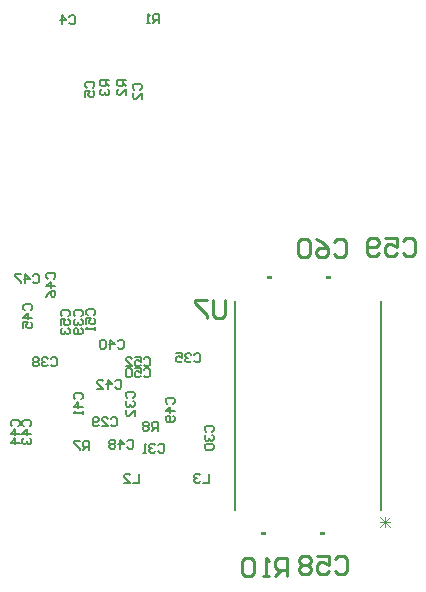
<source format=gbr>
%TF.GenerationSoftware,Altium Limited,Altium Designer,20.0.12 (288)*%
G04 Layer_Color=16777215*
%FSLAX43Y43*%
%MOMM*%
%TF.FileFunction,Legend,Bot*%
%TF.Part,Single*%
G01*
G75*
%TA.AperFunction,NonConductor*%
%ADD53C,0.152*%
%ADD54C,0.127*%
%ADD55C,0.254*%
%ADD56C,0.076*%
G36*
X113788Y51524D02*
Y51270D01*
X113408D01*
Y51524D01*
X113788D01*
D02*
G37*
G36*
X118788D02*
Y51270D01*
X118408D01*
Y51524D01*
X118788D01*
D02*
G37*
G36*
X114288Y72936D02*
Y73190D01*
X113908D01*
Y72936D01*
X114288D01*
D02*
G37*
G36*
X119288D02*
Y73190D01*
X118908D01*
Y72936D01*
X119288D01*
D02*
G37*
D53*
X111176Y53376D02*
Y71084D01*
X123520Y53376D02*
Y71084D01*
D54*
X107721Y66497D02*
X107848Y66624D01*
X108102D01*
X108229Y66497D01*
Y65989D01*
X108102Y65862D01*
X107848D01*
X107721Y65989D01*
X107467Y66497D02*
X107340Y66624D01*
X107086D01*
X106959Y66497D01*
Y66370D01*
X107086Y66243D01*
X107213D01*
X107086D01*
X106959Y66116D01*
Y65989D01*
X107086Y65862D01*
X107340D01*
X107467Y65989D01*
X106198Y66624D02*
X106706D01*
Y66243D01*
X106452Y66370D01*
X106325D01*
X106198Y66243D01*
Y65989D01*
X106325Y65862D01*
X106579D01*
X106706Y65989D01*
X108737Y59995D02*
X108611Y60122D01*
Y60376D01*
X108737Y60502D01*
X109245D01*
X109372Y60376D01*
Y60122D01*
X109245Y59995D01*
X108737Y59741D02*
X108611Y59614D01*
Y59360D01*
X108737Y59233D01*
X108864D01*
X108991Y59360D01*
Y59487D01*
Y59360D01*
X109118Y59233D01*
X109245D01*
X109372Y59360D01*
Y59614D01*
X109245Y59741D01*
X108737Y58979D02*
X108611Y58852D01*
Y58598D01*
X108737Y58471D01*
X109245D01*
X109372Y58598D01*
Y58852D01*
X109245Y58979D01*
X108737D01*
X100669Y61108D02*
X100796Y61235D01*
X101050D01*
X101177Y61108D01*
Y60600D01*
X101050Y60473D01*
X100796D01*
X100669Y60600D01*
X99907Y60473D02*
X100415D01*
X99907Y60981D01*
Y61108D01*
X100034Y61235D01*
X100288D01*
X100415Y61108D01*
X99653Y60600D02*
X99526Y60473D01*
X99272D01*
X99145Y60600D01*
Y61108D01*
X99272Y61235D01*
X99526D01*
X99653Y61108D01*
Y60981D01*
X99526Y60854D01*
X99145D01*
X102057Y62890D02*
X101930Y63017D01*
Y63271D01*
X102057Y63398D01*
X102565D01*
X102692Y63271D01*
Y63017D01*
X102565Y62890D01*
X102057Y62636D02*
X101930Y62509D01*
Y62255D01*
X102057Y62128D01*
X102184D01*
X102311Y62255D01*
Y62382D01*
Y62255D01*
X102438Y62128D01*
X102565D01*
X102692Y62255D01*
Y62509D01*
X102565Y62636D01*
X102692Y61367D02*
Y61875D01*
X102184Y61367D01*
X102057D01*
X101930Y61494D01*
Y61748D01*
X102057Y61875D01*
X104622Y60097D02*
Y60858D01*
X104242D01*
X104115Y60731D01*
Y60477D01*
X104242Y60350D01*
X104622D01*
X104368D02*
X104115Y60097D01*
X103861Y60731D02*
X103734Y60858D01*
X103480D01*
X103353Y60731D01*
Y60604D01*
X103480Y60477D01*
X103353Y60350D01*
Y60223D01*
X103480Y60097D01*
X103734D01*
X103861Y60223D01*
Y60350D01*
X103734Y60477D01*
X103861Y60604D01*
Y60731D01*
X103734Y60477D02*
X103480D01*
X108996Y56456D02*
Y55695D01*
X108488D01*
X108234Y56329D02*
X108107Y56456D01*
X107853D01*
X107726Y56329D01*
Y56202D01*
X107853Y56075D01*
X107980D01*
X107853D01*
X107726Y55948D01*
Y55821D01*
X107853Y55695D01*
X108107D01*
X108234Y55821D01*
X104690Y58871D02*
X104817Y58998D01*
X105071D01*
X105198Y58871D01*
Y58363D01*
X105071Y58237D01*
X104817D01*
X104690Y58363D01*
X104436Y58871D02*
X104309Y58998D01*
X104055D01*
X103928Y58871D01*
Y58744D01*
X104055Y58617D01*
X104182D01*
X104055D01*
X103928Y58490D01*
Y58363D01*
X104055Y58237D01*
X104309D01*
X104436Y58363D01*
X103674Y58237D02*
X103420D01*
X103547D01*
Y58998D01*
X103674Y58871D01*
X98780Y58420D02*
Y59182D01*
X98400D01*
X98273Y59055D01*
Y58801D01*
X98400Y58674D01*
X98780D01*
X98526D02*
X98273Y58420D01*
X98019Y59182D02*
X97511D01*
Y59055D01*
X98019Y58547D01*
Y58420D01*
X102032Y59174D02*
X102159Y59300D01*
X102413D01*
X102539Y59174D01*
Y58666D01*
X102413Y58539D01*
X102159D01*
X102032Y58666D01*
X101397Y58539D02*
Y59300D01*
X101778Y58920D01*
X101270D01*
X101016Y59174D02*
X100889Y59300D01*
X100635D01*
X100508Y59174D01*
Y59047D01*
X100635Y58920D01*
X100508Y58793D01*
Y58666D01*
X100635Y58539D01*
X100889D01*
X101016Y58666D01*
Y58793D01*
X100889Y58920D01*
X101016Y59047D01*
Y59174D01*
X100889Y58920D02*
X100635D01*
X103073Y56456D02*
Y55695D01*
X102565D01*
X101803D02*
X102311D01*
X101803Y56202D01*
Y56329D01*
X101930Y56456D01*
X102184D01*
X102311Y56329D01*
X95574Y66186D02*
X95701Y66313D01*
X95955D01*
X96081Y66186D01*
Y65678D01*
X95955Y65551D01*
X95701D01*
X95574Y65678D01*
X95320Y66186D02*
X95193Y66313D01*
X94939D01*
X94812Y66186D01*
Y66059D01*
X94939Y65932D01*
X95066D01*
X94939D01*
X94812Y65805D01*
Y65678D01*
X94939Y65551D01*
X95193D01*
X95320Y65678D01*
X94558Y66186D02*
X94431Y66313D01*
X94177D01*
X94050Y66186D01*
Y66059D01*
X94177Y65932D01*
X94050Y65805D01*
Y65678D01*
X94177Y65551D01*
X94431D01*
X94558Y65678D01*
Y65805D01*
X94431Y65932D01*
X94558Y66059D01*
Y66186D01*
X94431Y65932D02*
X94177D01*
X92329Y60452D02*
X92202Y60579D01*
Y60833D01*
X92329Y60960D01*
X92837D01*
X92964Y60833D01*
Y60579D01*
X92837Y60452D01*
X92964Y59817D02*
X92202D01*
X92583Y60198D01*
Y59690D01*
X92964Y59055D02*
X92202D01*
X92583Y59436D01*
Y58928D01*
X93269Y60477D02*
X93142Y60604D01*
Y60858D01*
X93269Y60985D01*
X93777D01*
X93904Y60858D01*
Y60604D01*
X93777Y60477D01*
X93904Y59842D02*
X93142D01*
X93523Y60223D01*
Y59715D01*
X93269Y59462D02*
X93142Y59335D01*
Y59081D01*
X93269Y58954D01*
X93396D01*
X93523Y59081D01*
Y59208D01*
Y59081D01*
X93650Y58954D01*
X93777D01*
X93904Y59081D01*
Y59335D01*
X93777Y59462D01*
X97663Y62763D02*
X97536Y62890D01*
Y63144D01*
X97663Y63271D01*
X98171D01*
X98298Y63144D01*
Y62890D01*
X98171Y62763D01*
X98298Y62128D02*
X97536D01*
X97917Y62509D01*
Y62002D01*
X98298Y61748D02*
Y61494D01*
Y61621D01*
X97536D01*
X97663Y61748D01*
X101016Y64287D02*
X101143Y64414D01*
X101397D01*
X101523Y64287D01*
Y63779D01*
X101397Y63653D01*
X101143D01*
X101016Y63779D01*
X100381Y63653D02*
Y64414D01*
X100762Y64033D01*
X100254D01*
X99492Y63653D02*
X100000D01*
X99492Y64160D01*
Y64287D01*
X99619Y64414D01*
X99873D01*
X100000Y64287D01*
X103454Y66167D02*
X103581Y66294D01*
X103835D01*
X103962Y66167D01*
Y65659D01*
X103835Y65532D01*
X103581D01*
X103454Y65659D01*
X102692Y66294D02*
X103200D01*
Y65913D01*
X102946Y66040D01*
X102819D01*
X102692Y65913D01*
Y65659D01*
X102819Y65532D01*
X103073D01*
X103200Y65659D01*
X101931Y65532D02*
X102438D01*
X101931Y66040D01*
Y66167D01*
X102057Y66294D01*
X102311D01*
X102438Y66167D01*
X101244Y67666D02*
X101371Y67792D01*
X101625D01*
X101752Y67666D01*
Y67158D01*
X101625Y67031D01*
X101371D01*
X101244Y67158D01*
X100609Y67031D02*
Y67792D01*
X100990Y67412D01*
X100482D01*
X100229Y67666D02*
X100102Y67792D01*
X99848D01*
X99721Y67666D01*
Y67158D01*
X99848Y67031D01*
X100102D01*
X100229Y67158D01*
Y67666D01*
X98704Y69850D02*
X98578Y69977D01*
Y70231D01*
X98704Y70358D01*
X99212D01*
X99339Y70231D01*
Y69977D01*
X99212Y69850D01*
X98578Y69088D02*
Y69596D01*
X98958D01*
X98831Y69342D01*
Y69215D01*
X98958Y69088D01*
X99212D01*
X99339Y69215D01*
Y69469D01*
X99212Y69596D01*
X99339Y68834D02*
Y68580D01*
Y68707D01*
X98578D01*
X98704Y68834D01*
X96555Y69797D02*
X96428Y69924D01*
Y70178D01*
X96555Y70305D01*
X97063D01*
X97190Y70178D01*
Y69924D01*
X97063Y69797D01*
X96428Y69035D02*
Y69543D01*
X96809D01*
X96682Y69289D01*
Y69162D01*
X96809Y69035D01*
X97063D01*
X97190Y69162D01*
Y69416D01*
X97063Y69543D01*
X96555Y68781D02*
X96428Y68654D01*
Y68400D01*
X96555Y68273D01*
X96682D01*
X96809Y68400D01*
Y68527D01*
Y68400D01*
X96936Y68273D01*
X97063D01*
X97190Y68400D01*
Y68654D01*
X97063Y68781D01*
X105435Y62382D02*
X105309Y62509D01*
Y62763D01*
X105435Y62890D01*
X105943D01*
X106070Y62763D01*
Y62509D01*
X105943Y62382D01*
X106070Y61747D02*
X105309D01*
X105689Y62128D01*
Y61620D01*
X105943Y61367D02*
X106070Y61240D01*
Y60986D01*
X105943Y60859D01*
X105435D01*
X105309Y60986D01*
Y61240D01*
X105435Y61367D01*
X105562D01*
X105689Y61240D01*
Y60859D01*
X103429Y65227D02*
X103556Y65354D01*
X103810D01*
X103936Y65227D01*
Y64719D01*
X103810Y64592D01*
X103556D01*
X103429Y64719D01*
X102667Y65354D02*
X103175D01*
Y64973D01*
X102921Y65100D01*
X102794D01*
X102667Y64973D01*
Y64719D01*
X102794Y64592D01*
X103048D01*
X103175Y64719D01*
X102413Y65227D02*
X102286Y65354D01*
X102032D01*
X101905Y65227D01*
Y64719D01*
X102032Y64592D01*
X102286D01*
X102413Y64719D01*
Y65227D01*
X97663Y69797D02*
X97536Y69924D01*
Y70178D01*
X97663Y70305D01*
X98171D01*
X98298Y70178D01*
Y69924D01*
X98171Y69797D01*
X97663Y69543D02*
X97536Y69416D01*
Y69162D01*
X97663Y69035D01*
X97790D01*
X97917Y69162D01*
Y69289D01*
Y69162D01*
X98044Y69035D01*
X98171D01*
X98298Y69162D01*
Y69416D01*
X98171Y69543D01*
Y68781D02*
X98298Y68654D01*
Y68400D01*
X98171Y68273D01*
X97663D01*
X97536Y68400D01*
Y68654D01*
X97663Y68781D01*
X97790D01*
X97917Y68654D01*
Y68273D01*
X94047Y73201D02*
X94174Y73328D01*
X94428D01*
X94555Y73201D01*
Y72693D01*
X94428Y72566D01*
X94174D01*
X94047Y72693D01*
X93412Y72566D02*
Y73328D01*
X93793Y72947D01*
X93285D01*
X93031Y73328D02*
X92524D01*
Y73201D01*
X93031Y72693D01*
Y72566D01*
X93370Y70286D02*
X93244Y70413D01*
Y70667D01*
X93370Y70794D01*
X93878D01*
X94005Y70667D01*
Y70413D01*
X93878Y70286D01*
X94005Y69652D02*
X93244D01*
X93624Y70033D01*
Y69525D01*
X93244Y68763D02*
Y69271D01*
X93624D01*
X93497Y69017D01*
Y68890D01*
X93624Y68763D01*
X93878D01*
X94005Y68890D01*
Y69144D01*
X93878Y69271D01*
X95326Y72935D02*
X95199Y73062D01*
Y73316D01*
X95326Y73443D01*
X95834D01*
X95961Y73316D01*
Y73062D01*
X95834Y72935D01*
X95961Y72300D02*
X95199D01*
X95580Y72681D01*
Y72173D01*
X95199Y71412D02*
X95326Y71665D01*
X95580Y71919D01*
X95834D01*
X95961Y71792D01*
Y71538D01*
X95834Y71412D01*
X95707D01*
X95580Y71538D01*
Y71919D01*
X98628Y89141D02*
X98501Y89268D01*
Y89521D01*
X98628Y89648D01*
X99136D01*
X99263Y89521D01*
Y89268D01*
X99136Y89141D01*
X98501Y88379D02*
Y88887D01*
X98882D01*
X98755Y88633D01*
Y88506D01*
X98882Y88379D01*
X99136D01*
X99263Y88506D01*
Y88760D01*
X99136Y88887D01*
X100547Y89747D02*
X99786D01*
Y89366D01*
X99913Y89239D01*
X100167D01*
X100293Y89366D01*
Y89747D01*
Y89493D02*
X100547Y89239D01*
X99913Y88985D02*
X99786Y88858D01*
Y88604D01*
X99913Y88477D01*
X100040D01*
X100167Y88604D01*
Y88731D01*
Y88604D01*
X100293Y88477D01*
X100420D01*
X100547Y88604D01*
Y88858D01*
X100420Y88985D01*
X101955Y89738D02*
X101194D01*
Y89357D01*
X101321Y89230D01*
X101575D01*
X101702Y89357D01*
Y89738D01*
Y89484D02*
X101955Y89230D01*
Y88468D02*
Y88976D01*
X101448Y88468D01*
X101321D01*
X101194Y88595D01*
Y88849D01*
X101321Y88976D01*
X102638Y88951D02*
X102511Y89078D01*
Y89332D01*
X102638Y89459D01*
X103146D01*
X103273Y89332D01*
Y89078D01*
X103146Y88951D01*
X103273Y88189D02*
Y88697D01*
X102765Y88189D01*
X102638D01*
X102511Y88316D01*
Y88570D01*
X102638Y88697D01*
X97155Y95123D02*
X97282Y95250D01*
X97536D01*
X97663Y95123D01*
Y94615D01*
X97536Y94488D01*
X97282D01*
X97155Y94615D01*
X96520Y94488D02*
Y95250D01*
X96901Y94869D01*
X96393D01*
X104733Y94573D02*
Y95335D01*
X104352D01*
X104225Y95208D01*
Y94954D01*
X104352Y94827D01*
X104733D01*
X104479D02*
X104225Y94573D01*
X103971D02*
X103717D01*
X103844D01*
Y95335D01*
X103971Y95208D01*
D55*
X115569Y47752D02*
Y49276D01*
X114808D01*
X114554Y49022D01*
Y48514D01*
X114808Y48260D01*
X115569D01*
X115062D02*
X114554Y47752D01*
X114046D02*
X113538D01*
X113792D01*
Y49276D01*
X114046Y49022D01*
X112776D02*
X112522Y49276D01*
X112015D01*
X111761Y49022D01*
Y48006D01*
X112015Y47752D01*
X112522D01*
X112776Y48006D01*
Y49022D01*
X119614Y49210D02*
X119868Y49464D01*
X120375D01*
X120629Y49210D01*
Y48195D01*
X120375Y47941D01*
X119868D01*
X119614Y48195D01*
X118090Y49464D02*
X119106D01*
Y48702D01*
X118598Y48956D01*
X118344D01*
X118090Y48702D01*
Y48195D01*
X118344Y47941D01*
X118852D01*
X119106Y48195D01*
X117582Y49210D02*
X117328Y49464D01*
X116821D01*
X116567Y49210D01*
Y48956D01*
X116821Y48702D01*
X116567Y48448D01*
Y48195D01*
X116821Y47941D01*
X117328D01*
X117582Y48195D01*
Y48448D01*
X117328Y48702D01*
X117582Y48956D01*
Y49210D01*
X117328Y48702D02*
X116821D01*
X119557Y76073D02*
X119811Y76327D01*
X120319D01*
X120573Y76073D01*
Y75057D01*
X120319Y74803D01*
X119811D01*
X119557Y75057D01*
X118034Y76327D02*
X118542Y76073D01*
X119050Y75565D01*
Y75057D01*
X118796Y74803D01*
X118288D01*
X118034Y75057D01*
Y75311D01*
X118288Y75565D01*
X119050D01*
X117526Y76073D02*
X117272Y76327D01*
X116764D01*
X116510Y76073D01*
Y75057D01*
X116764Y74803D01*
X117272D01*
X117526Y75057D01*
Y76073D01*
X125399Y76174D02*
X125653Y76428D01*
X126161D01*
X126415Y76174D01*
Y75159D01*
X126161Y74905D01*
X125653D01*
X125399Y75159D01*
X123876Y76428D02*
X124892D01*
Y75667D01*
X124384Y75921D01*
X124130D01*
X123876Y75667D01*
Y75159D01*
X124130Y74905D01*
X124638D01*
X124892Y75159D01*
X123368D02*
X123114Y74905D01*
X122606D01*
X122352Y75159D01*
Y76174D01*
X122606Y76428D01*
X123114D01*
X123368Y76174D01*
Y75921D01*
X123114Y75667D01*
X122352D01*
X110286Y71120D02*
Y69850D01*
X110032Y69596D01*
X109525D01*
X109271Y69850D01*
Y71120D01*
X108763D02*
X107747D01*
Y70866D01*
X108763Y69850D01*
Y69596D01*
D56*
X124308Y51918D02*
X123462Y52764D01*
Y51918D02*
X124308Y52764D01*
X123885Y51918D02*
Y52764D01*
X123462Y52341D02*
X124308D01*
%TF.MD5,e8172265b89146bc77148ba883125529*%
M02*

</source>
